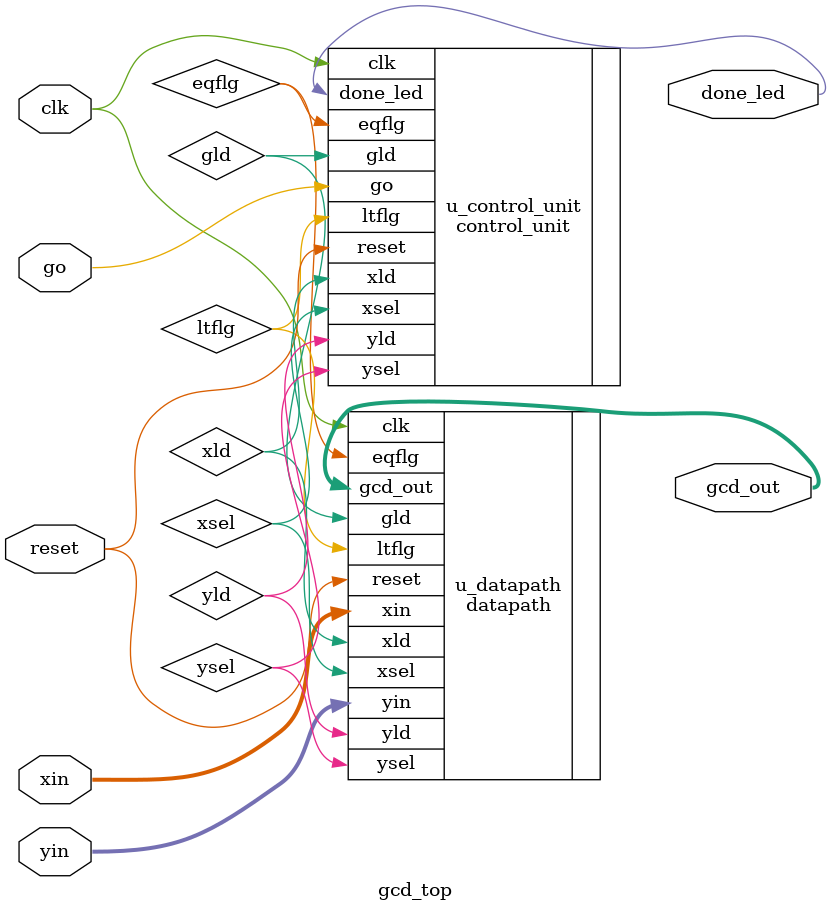
<source format=sv>
`timescale 1ns / 1ps

/*
 * gcd_top.sv
 * Módulo que instancia y conecta la Unidad de Control y la Ruta de Datos.
 */
module gcd_top (
    input  logic       clk, reset, go,
    input  logic [7:0] xin, yin,
    output logic [7:0] gcd_out,
    output logic       done_led
);

    // Señales internas para conectar CU y DP
    logic xld, yld, gld;
    logic xsel, ysel;
    logic eqflg, ltflg;

    // Instancia del Datapath
    datapath u_datapath (
        .clk     (clk),
        .reset   (reset),
        .xld     (xld),
        .yld     (yld),
        .gld     (gld),
        .xsel    (xsel),
        .ysel    (ysel),
        .xin     (xin),
        .yin     (yin),
        .eqflg   (eqflg),
        .ltflg   (ltflg),
        .gcd_out (gcd_out)
    );

    // Instancia de la Unidad de Control
    control_unit u_control_unit (
        .clk      (clk),
        .reset    (reset),
        .go       (go),
        .eqflg    (eqflg),
        .ltflg    (ltflg),
        .xld      (xld),
        .yld      (yld),
        .gld      (gld),
        .xsel     (xsel),
        .ysel     (ysel),
        .done_led (done_led)
    );

endmodule
</source>
